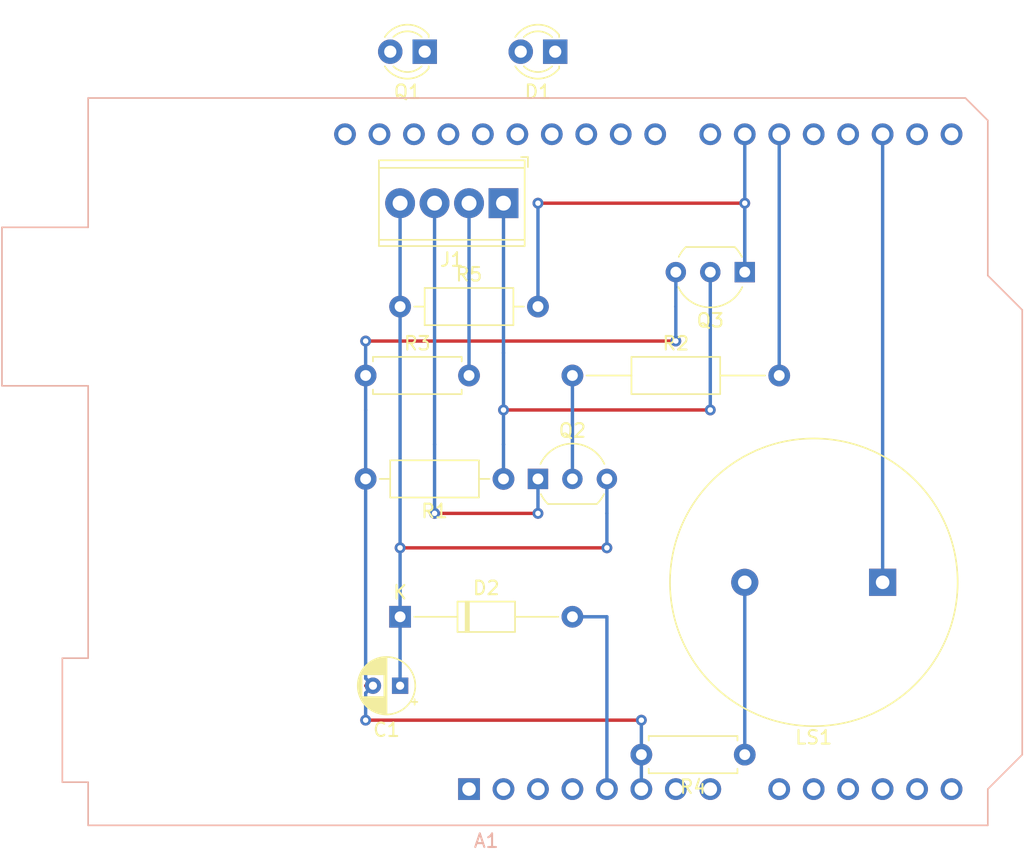
<source format=kicad_pcb>
(kicad_pcb (version 20171130) (host pcbnew "(5.1.10)-1")

  (general
    (thickness 1.6)
    (drawings 13)
    (tracks 52)
    (zones 0)
    (modules 14)
    (nets 12)
  )

  (page A4)
  (title_block
    (title "EHZ Diagnose-Tool 1-Kanal mit Buzzer")
    (date 2021-08-29)
    (rev 1.0)
    (company "Andreas Dolp")
    (comment 1 "GitHub: e-cite/ehz-diag")
  )

  (layers
    (0 F.Cu signal)
    (31 B.Cu signal)
    (32 B.Adhes user)
    (33 F.Adhes user)
    (34 B.Paste user)
    (35 F.Paste user)
    (36 B.SilkS user)
    (37 F.SilkS user hide)
    (38 B.Mask user)
    (39 F.Mask user)
    (40 Dwgs.User user)
    (41 Cmts.User user)
    (42 Eco1.User user)
    (43 Eco2.User user)
    (44 Edge.Cuts user)
    (45 Margin user)
    (46 B.CrtYd user)
    (47 F.CrtYd user)
    (48 B.Fab user)
    (49 F.Fab user)
  )

  (setup
    (last_trace_width 0.25)
    (user_trace_width 2)
    (trace_clearance 0.2)
    (zone_clearance 0.508)
    (zone_45_only no)
    (trace_min 0.2)
    (via_size 0.8)
    (via_drill 0.4)
    (via_min_size 0.4)
    (via_min_drill 0.3)
    (uvia_size 0.3)
    (uvia_drill 0.1)
    (uvias_allowed no)
    (uvia_min_size 0.2)
    (uvia_min_drill 0.1)
    (edge_width 0.1)
    (segment_width 0.2)
    (pcb_text_width 0.3)
    (pcb_text_size 1.5 1.5)
    (mod_edge_width 0.15)
    (mod_text_size 1 1)
    (mod_text_width 0.15)
    (pad_size 1.524 1.524)
    (pad_drill 0.762)
    (pad_to_mask_clearance 0)
    (aux_axis_origin 0 0)
    (visible_elements 7FFFFFFF)
    (pcbplotparams
      (layerselection 0x010fc_ffffffff)
      (usegerberextensions false)
      (usegerberattributes true)
      (usegerberadvancedattributes true)
      (creategerberjobfile true)
      (excludeedgelayer true)
      (linewidth 0.100000)
      (plotframeref false)
      (viasonmask false)
      (mode 1)
      (useauxorigin false)
      (hpglpennumber 1)
      (hpglpenspeed 20)
      (hpglpendiameter 15.000000)
      (psnegative false)
      (psa4output false)
      (plotreference true)
      (plotvalue true)
      (plotinvisibletext false)
      (padsonsilk false)
      (subtractmaskfromsilk false)
      (outputformat 1)
      (mirror false)
      (drillshape 1)
      (scaleselection 1)
      (outputdirectory ""))
  )

  (net 0 "")
  (net 1 /TXD1)
  (net 2 /RXD1)
  (net 3 "Net-(A1-Pad5)")
  (net 4 GND)
  (net 5 +5V)
  (net 6 "Net-(J1-Pad2)")
  (net 7 "Net-(Q2-Pad2)")
  (net 8 "Net-(J1-Pad1)")
  (net 9 "Net-(A1-Pad17)")
  (net 10 "Net-(J1-Pad3)")
  (net 11 "Net-(LS1-Pad2)")

  (net_class Default "Dies ist die voreingestellte Netzklasse."
    (clearance 0.2)
    (trace_width 0.25)
    (via_dia 0.8)
    (via_drill 0.4)
    (uvia_dia 0.3)
    (uvia_drill 0.1)
    (add_net +5V)
    (add_net /RXD1)
    (add_net /TXD1)
    (add_net /braun)
    (add_net /gelb)
    (add_net /grün)
    (add_net /weiß)
    (add_net GND)
    (add_net "Net-(A1-Pad1)")
    (add_net "Net-(A1-Pad10)")
    (add_net "Net-(A1-Pad11)")
    (add_net "Net-(A1-Pad12)")
    (add_net "Net-(A1-Pad13)")
    (add_net "Net-(A1-Pad14)")
    (add_net "Net-(A1-Pad15)")
    (add_net "Net-(A1-Pad16)")
    (add_net "Net-(A1-Pad17)")
    (add_net "Net-(A1-Pad18)")
    (add_net "Net-(A1-Pad19)")
    (add_net "Net-(A1-Pad2)")
    (add_net "Net-(A1-Pad22)")
    (add_net "Net-(A1-Pad23)")
    (add_net "Net-(A1-Pad24)")
    (add_net "Net-(A1-Pad25)")
    (add_net "Net-(A1-Pad26)")
    (add_net "Net-(A1-Pad27)")
    (add_net "Net-(A1-Pad28)")
    (add_net "Net-(A1-Pad29)")
    (add_net "Net-(A1-Pad3)")
    (add_net "Net-(A1-Pad30)")
    (add_net "Net-(A1-Pad31)")
    (add_net "Net-(A1-Pad32)")
    (add_net "Net-(A1-Pad4)")
    (add_net "Net-(A1-Pad5)")
    (add_net "Net-(A1-Pad7)")
    (add_net "Net-(A1-Pad8)")
    (add_net "Net-(A1-Pad9)")
    (add_net "Net-(J1-Pad1)")
    (add_net "Net-(J1-Pad2)")
    (add_net "Net-(J1-Pad3)")
    (add_net "Net-(LS1-Pad2)")
    (add_net "Net-(Q2-Pad2)")
  )

  (module Module:Arduino_UNO_R3 (layer B.Cu) (tedit 58AB60FC) (tstamp 612C1618)
    (at 129.54 111.76)
    (descr "Arduino UNO R3, http://www.mouser.com/pdfdocs/Gravitech_Arduino_Nano3_0.pdf")
    (tags "Arduino UNO R3")
    (path /6128CE8D)
    (fp_text reference A1 (at 1.27 3.81 180) (layer B.SilkS)
      (effects (font (size 1 1) (thickness 0.15)))
    )
    (fp_text value Arduino_UNO_R3 (at -20.32 -22.86) (layer B.Fab)
      (effects (font (size 1 1) (thickness 0.15)))
    )
    (fp_line (start 38.35 2.79) (end 38.35 0) (layer B.CrtYd) (width 0.05))
    (fp_line (start 38.35 0) (end 40.89 -2.54) (layer B.CrtYd) (width 0.05))
    (fp_line (start 40.89 -2.54) (end 40.89 -35.31) (layer B.CrtYd) (width 0.05))
    (fp_line (start 40.89 -35.31) (end 38.35 -37.85) (layer B.CrtYd) (width 0.05))
    (fp_line (start 38.35 -37.85) (end 38.35 -49.28) (layer B.CrtYd) (width 0.05))
    (fp_line (start 38.35 -49.28) (end 36.58 -51.05) (layer B.CrtYd) (width 0.05))
    (fp_line (start 36.58 -51.05) (end -28.19 -51.05) (layer B.CrtYd) (width 0.05))
    (fp_line (start -28.19 -51.05) (end -28.19 -41.53) (layer B.CrtYd) (width 0.05))
    (fp_line (start -28.19 -41.53) (end -34.54 -41.53) (layer B.CrtYd) (width 0.05))
    (fp_line (start -34.54 -41.53) (end -34.54 -29.59) (layer B.CrtYd) (width 0.05))
    (fp_line (start -34.54 -29.59) (end -28.19 -29.59) (layer B.CrtYd) (width 0.05))
    (fp_line (start -28.19 -29.59) (end -28.19 -9.78) (layer B.CrtYd) (width 0.05))
    (fp_line (start -28.19 -9.78) (end -30.1 -9.78) (layer B.CrtYd) (width 0.05))
    (fp_line (start -30.1 -9.78) (end -30.1 -0.38) (layer B.CrtYd) (width 0.05))
    (fp_line (start -30.1 -0.38) (end -28.19 -0.38) (layer B.CrtYd) (width 0.05))
    (fp_line (start -28.19 -0.38) (end -28.19 2.79) (layer B.CrtYd) (width 0.05))
    (fp_line (start -28.19 2.79) (end 38.35 2.79) (layer B.CrtYd) (width 0.05))
    (fp_line (start 40.77 -35.31) (end 40.77 -2.54) (layer B.SilkS) (width 0.12))
    (fp_line (start 40.77 -2.54) (end 38.23 0) (layer B.SilkS) (width 0.12))
    (fp_line (start 38.23 0) (end 38.23 2.67) (layer B.SilkS) (width 0.12))
    (fp_line (start 38.23 2.67) (end -28.07 2.67) (layer B.SilkS) (width 0.12))
    (fp_line (start -28.07 2.67) (end -28.07 -0.51) (layer B.SilkS) (width 0.12))
    (fp_line (start -28.07 -0.51) (end -29.97 -0.51) (layer B.SilkS) (width 0.12))
    (fp_line (start -29.97 -0.51) (end -29.97 -9.65) (layer B.SilkS) (width 0.12))
    (fp_line (start -29.97 -9.65) (end -28.07 -9.65) (layer B.SilkS) (width 0.12))
    (fp_line (start -28.07 -9.65) (end -28.07 -29.72) (layer B.SilkS) (width 0.12))
    (fp_line (start -28.07 -29.72) (end -34.42 -29.72) (layer B.SilkS) (width 0.12))
    (fp_line (start -34.42 -29.72) (end -34.42 -41.4) (layer B.SilkS) (width 0.12))
    (fp_line (start -34.42 -41.4) (end -28.07 -41.4) (layer B.SilkS) (width 0.12))
    (fp_line (start -28.07 -41.4) (end -28.07 -50.93) (layer B.SilkS) (width 0.12))
    (fp_line (start -28.07 -50.93) (end 36.58 -50.93) (layer B.SilkS) (width 0.12))
    (fp_line (start 36.58 -50.93) (end 38.23 -49.28) (layer B.SilkS) (width 0.12))
    (fp_line (start 38.23 -49.28) (end 38.23 -37.85) (layer B.SilkS) (width 0.12))
    (fp_line (start 38.23 -37.85) (end 40.77 -35.31) (layer B.SilkS) (width 0.12))
    (fp_line (start -34.29 -29.84) (end -18.41 -29.84) (layer B.Fab) (width 0.1))
    (fp_line (start -18.41 -29.84) (end -18.41 -41.27) (layer B.Fab) (width 0.1))
    (fp_line (start -18.41 -41.27) (end -34.29 -41.27) (layer B.Fab) (width 0.1))
    (fp_line (start -34.29 -41.27) (end -34.29 -29.84) (layer B.Fab) (width 0.1))
    (fp_line (start -29.84 -0.64) (end -16.51 -0.64) (layer B.Fab) (width 0.1))
    (fp_line (start -16.51 -0.64) (end -16.51 -9.53) (layer B.Fab) (width 0.1))
    (fp_line (start -16.51 -9.53) (end -29.84 -9.53) (layer B.Fab) (width 0.1))
    (fp_line (start -29.84 -9.53) (end -29.84 -0.64) (layer B.Fab) (width 0.1))
    (fp_line (start 38.1 -37.85) (end 38.1 -49.28) (layer B.Fab) (width 0.1))
    (fp_line (start 40.64 -2.54) (end 40.64 -35.31) (layer B.Fab) (width 0.1))
    (fp_line (start 40.64 -35.31) (end 38.1 -37.85) (layer B.Fab) (width 0.1))
    (fp_line (start 38.1 2.54) (end 38.1 0) (layer B.Fab) (width 0.1))
    (fp_line (start 38.1 0) (end 40.64 -2.54) (layer B.Fab) (width 0.1))
    (fp_line (start 38.1 -49.28) (end 36.58 -50.8) (layer B.Fab) (width 0.1))
    (fp_line (start 36.58 -50.8) (end -27.94 -50.8) (layer B.Fab) (width 0.1))
    (fp_line (start -27.94 -50.8) (end -27.94 2.54) (layer B.Fab) (width 0.1))
    (fp_line (start -27.94 2.54) (end 38.1 2.54) (layer B.Fab) (width 0.1))
    (fp_text user %R (at -20.32 -20.32 180) (layer B.Fab)
      (effects (font (size 1 1) (thickness 0.15)))
    )
    (pad 32 thru_hole oval (at -9.14 -48.26 270) (size 1.6 1.6) (drill 1) (layers *.Cu *.Mask))
    (pad 31 thru_hole oval (at -6.6 -48.26 270) (size 1.6 1.6) (drill 1) (layers *.Cu *.Mask))
    (pad 1 thru_hole rect (at 0 0 270) (size 1.6 1.6) (drill 1) (layers *.Cu *.Mask))
    (pad 17 thru_hole oval (at 30.48 -48.26 270) (size 1.6 1.6) (drill 1) (layers *.Cu *.Mask)
      (net 9 "Net-(A1-Pad17)"))
    (pad 2 thru_hole oval (at 2.54 0 270) (size 1.6 1.6) (drill 1) (layers *.Cu *.Mask))
    (pad 18 thru_hole oval (at 27.94 -48.26 270) (size 1.6 1.6) (drill 1) (layers *.Cu *.Mask))
    (pad 3 thru_hole oval (at 5.08 0 270) (size 1.6 1.6) (drill 1) (layers *.Cu *.Mask))
    (pad 19 thru_hole oval (at 25.4 -48.26 270) (size 1.6 1.6) (drill 1) (layers *.Cu *.Mask))
    (pad 4 thru_hole oval (at 7.62 0 270) (size 1.6 1.6) (drill 1) (layers *.Cu *.Mask))
    (pad 20 thru_hole oval (at 22.86 -48.26 270) (size 1.6 1.6) (drill 1) (layers *.Cu *.Mask)
      (net 1 /TXD1))
    (pad 5 thru_hole oval (at 10.16 0 270) (size 1.6 1.6) (drill 1) (layers *.Cu *.Mask)
      (net 3 "Net-(A1-Pad5)"))
    (pad 21 thru_hole oval (at 20.32 -48.26 270) (size 1.6 1.6) (drill 1) (layers *.Cu *.Mask)
      (net 2 /RXD1))
    (pad 6 thru_hole oval (at 12.7 0 270) (size 1.6 1.6) (drill 1) (layers *.Cu *.Mask)
      (net 4 GND))
    (pad 22 thru_hole oval (at 17.78 -48.26 270) (size 1.6 1.6) (drill 1) (layers *.Cu *.Mask))
    (pad 7 thru_hole oval (at 15.24 0 270) (size 1.6 1.6) (drill 1) (layers *.Cu *.Mask))
    (pad 23 thru_hole oval (at 13.72 -48.26 270) (size 1.6 1.6) (drill 1) (layers *.Cu *.Mask))
    (pad 8 thru_hole oval (at 17.78 0 270) (size 1.6 1.6) (drill 1) (layers *.Cu *.Mask))
    (pad 24 thru_hole oval (at 11.18 -48.26 270) (size 1.6 1.6) (drill 1) (layers *.Cu *.Mask))
    (pad 9 thru_hole oval (at 22.86 0 270) (size 1.6 1.6) (drill 1) (layers *.Cu *.Mask))
    (pad 25 thru_hole oval (at 8.64 -48.26 270) (size 1.6 1.6) (drill 1) (layers *.Cu *.Mask))
    (pad 10 thru_hole oval (at 25.4 0 270) (size 1.6 1.6) (drill 1) (layers *.Cu *.Mask))
    (pad 26 thru_hole oval (at 6.1 -48.26 270) (size 1.6 1.6) (drill 1) (layers *.Cu *.Mask))
    (pad 11 thru_hole oval (at 27.94 0 270) (size 1.6 1.6) (drill 1) (layers *.Cu *.Mask))
    (pad 27 thru_hole oval (at 3.56 -48.26 270) (size 1.6 1.6) (drill 1) (layers *.Cu *.Mask))
    (pad 12 thru_hole oval (at 30.48 0 270) (size 1.6 1.6) (drill 1) (layers *.Cu *.Mask))
    (pad 28 thru_hole oval (at 1.02 -48.26 270) (size 1.6 1.6) (drill 1) (layers *.Cu *.Mask))
    (pad 13 thru_hole oval (at 33.02 0 270) (size 1.6 1.6) (drill 1) (layers *.Cu *.Mask))
    (pad 29 thru_hole oval (at -1.52 -48.26 270) (size 1.6 1.6) (drill 1) (layers *.Cu *.Mask))
    (pad 14 thru_hole oval (at 35.56 0 270) (size 1.6 1.6) (drill 1) (layers *.Cu *.Mask))
    (pad 30 thru_hole oval (at -4.06 -48.26 270) (size 1.6 1.6) (drill 1) (layers *.Cu *.Mask))
    (pad 15 thru_hole oval (at 35.56 -48.26 270) (size 1.6 1.6) (drill 1) (layers *.Cu *.Mask))
    (pad 16 thru_hole oval (at 33.02 -48.26 270) (size 1.6 1.6) (drill 1) (layers *.Cu *.Mask))
    (model ${KISYS3DMOD}/Module.3dshapes/Arduino_UNO_R3.wrl
      (at (xyz 0 0 0))
      (scale (xyz 1 1 1))
      (rotate (xyz 0 0 0))
    )
  )

  (module Capacitor_THT:CP_Radial_D4.0mm_P2.00mm (layer F.Cu) (tedit 5AE50EF0) (tstamp 612A1B7A)
    (at 124.46 104.14 180)
    (descr "CP, Radial series, Radial, pin pitch=2.00mm, , diameter=4mm, Electrolytic Capacitor")
    (tags "CP Radial series Radial pin pitch 2.00mm  diameter 4mm Electrolytic Capacitor")
    (path /61295D5A)
    (fp_text reference C1 (at 1 -3.25) (layer F.SilkS)
      (effects (font (size 1 1) (thickness 0.15)))
    )
    (fp_text value 1µ (at -2.54 0) (layer F.Fab)
      (effects (font (size 1 1) (thickness 0.15)))
    )
    (fp_circle (center 1 0) (end 3 0) (layer F.Fab) (width 0.1))
    (fp_circle (center 1 0) (end 3.12 0) (layer F.SilkS) (width 0.12))
    (fp_circle (center 1 0) (end 3.25 0) (layer F.CrtYd) (width 0.05))
    (fp_line (start -0.702554 -0.8675) (end -0.302554 -0.8675) (layer F.Fab) (width 0.1))
    (fp_line (start -0.502554 -1.0675) (end -0.502554 -0.6675) (layer F.Fab) (width 0.1))
    (fp_line (start 1 -2.08) (end 1 2.08) (layer F.SilkS) (width 0.12))
    (fp_line (start 1.04 -2.08) (end 1.04 2.08) (layer F.SilkS) (width 0.12))
    (fp_line (start 1.08 -2.079) (end 1.08 2.079) (layer F.SilkS) (width 0.12))
    (fp_line (start 1.12 -2.077) (end 1.12 2.077) (layer F.SilkS) (width 0.12))
    (fp_line (start 1.16 -2.074) (end 1.16 2.074) (layer F.SilkS) (width 0.12))
    (fp_line (start 1.2 -2.071) (end 1.2 -0.84) (layer F.SilkS) (width 0.12))
    (fp_line (start 1.2 0.84) (end 1.2 2.071) (layer F.SilkS) (width 0.12))
    (fp_line (start 1.24 -2.067) (end 1.24 -0.84) (layer F.SilkS) (width 0.12))
    (fp_line (start 1.24 0.84) (end 1.24 2.067) (layer F.SilkS) (width 0.12))
    (fp_line (start 1.28 -2.062) (end 1.28 -0.84) (layer F.SilkS) (width 0.12))
    (fp_line (start 1.28 0.84) (end 1.28 2.062) (layer F.SilkS) (width 0.12))
    (fp_line (start 1.32 -2.056) (end 1.32 -0.84) (layer F.SilkS) (width 0.12))
    (fp_line (start 1.32 0.84) (end 1.32 2.056) (layer F.SilkS) (width 0.12))
    (fp_line (start 1.36 -2.05) (end 1.36 -0.84) (layer F.SilkS) (width 0.12))
    (fp_line (start 1.36 0.84) (end 1.36 2.05) (layer F.SilkS) (width 0.12))
    (fp_line (start 1.4 -2.042) (end 1.4 -0.84) (layer F.SilkS) (width 0.12))
    (fp_line (start 1.4 0.84) (end 1.4 2.042) (layer F.SilkS) (width 0.12))
    (fp_line (start 1.44 -2.034) (end 1.44 -0.84) (layer F.SilkS) (width 0.12))
    (fp_line (start 1.44 0.84) (end 1.44 2.034) (layer F.SilkS) (width 0.12))
    (fp_line (start 1.48 -2.025) (end 1.48 -0.84) (layer F.SilkS) (width 0.12))
    (fp_line (start 1.48 0.84) (end 1.48 2.025) (layer F.SilkS) (width 0.12))
    (fp_line (start 1.52 -2.016) (end 1.52 -0.84) (layer F.SilkS) (width 0.12))
    (fp_line (start 1.52 0.84) (end 1.52 2.016) (layer F.SilkS) (width 0.12))
    (fp_line (start 1.56 -2.005) (end 1.56 -0.84) (layer F.SilkS) (width 0.12))
    (fp_line (start 1.56 0.84) (end 1.56 2.005) (layer F.SilkS) (width 0.12))
    (fp_line (start 1.6 -1.994) (end 1.6 -0.84) (layer F.SilkS) (width 0.12))
    (fp_line (start 1.6 0.84) (end 1.6 1.994) (layer F.SilkS) (width 0.12))
    (fp_line (start 1.64 -1.982) (end 1.64 -0.84) (layer F.SilkS) (width 0.12))
    (fp_line (start 1.64 0.84) (end 1.64 1.982) (layer F.SilkS) (width 0.12))
    (fp_line (start 1.68 -1.968) (end 1.68 -0.84) (layer F.SilkS) (width 0.12))
    (fp_line (start 1.68 0.84) (end 1.68 1.968) (layer F.SilkS) (width 0.12))
    (fp_line (start 1.721 -1.954) (end 1.721 -0.84) (layer F.SilkS) (width 0.12))
    (fp_line (start 1.721 0.84) (end 1.721 1.954) (layer F.SilkS) (width 0.12))
    (fp_line (start 1.761 -1.94) (end 1.761 -0.84) (layer F.SilkS) (width 0.12))
    (fp_line (start 1.761 0.84) (end 1.761 1.94) (layer F.SilkS) (width 0.12))
    (fp_line (start 1.801 -1.924) (end 1.801 -0.84) (layer F.SilkS) (width 0.12))
    (fp_line (start 1.801 0.84) (end 1.801 1.924) (layer F.SilkS) (width 0.12))
    (fp_line (start 1.841 -1.907) (end 1.841 -0.84) (layer F.SilkS) (width 0.12))
    (fp_line (start 1.841 0.84) (end 1.841 1.907) (layer F.SilkS) (width 0.12))
    (fp_line (start 1.881 -1.889) (end 1.881 -0.84) (layer F.SilkS) (width 0.12))
    (fp_line (start 1.881 0.84) (end 1.881 1.889) (layer F.SilkS) (width 0.12))
    (fp_line (start 1.921 -1.87) (end 1.921 -0.84) (layer F.SilkS) (width 0.12))
    (fp_line (start 1.921 0.84) (end 1.921 1.87) (layer F.SilkS) (width 0.12))
    (fp_line (start 1.961 -1.851) (end 1.961 -0.84) (layer F.SilkS) (width 0.12))
    (fp_line (start 1.961 0.84) (end 1.961 1.851) (layer F.SilkS) (width 0.12))
    (fp_line (start 2.001 -1.83) (end 2.001 -0.84) (layer F.SilkS) (width 0.12))
    (fp_line (start 2.001 0.84) (end 2.001 1.83) (layer F.SilkS) (width 0.12))
    (fp_line (start 2.041 -1.808) (end 2.041 -0.84) (layer F.SilkS) (width 0.12))
    (fp_line (start 2.041 0.84) (end 2.041 1.808) (layer F.SilkS) (width 0.12))
    (fp_line (start 2.081 -1.785) (end 2.081 -0.84) (layer F.SilkS) (width 0.12))
    (fp_line (start 2.081 0.84) (end 2.081 1.785) (layer F.SilkS) (width 0.12))
    (fp_line (start 2.121 -1.76) (end 2.121 -0.84) (layer F.SilkS) (width 0.12))
    (fp_line (start 2.121 0.84) (end 2.121 1.76) (layer F.SilkS) (width 0.12))
    (fp_line (start 2.161 -1.735) (end 2.161 -0.84) (layer F.SilkS) (width 0.12))
    (fp_line (start 2.161 0.84) (end 2.161 1.735) (layer F.SilkS) (width 0.12))
    (fp_line (start 2.201 -1.708) (end 2.201 -0.84) (layer F.SilkS) (width 0.12))
    (fp_line (start 2.201 0.84) (end 2.201 1.708) (layer F.SilkS) (width 0.12))
    (fp_line (start 2.241 -1.68) (end 2.241 -0.84) (layer F.SilkS) (width 0.12))
    (fp_line (start 2.241 0.84) (end 2.241 1.68) (layer F.SilkS) (width 0.12))
    (fp_line (start 2.281 -1.65) (end 2.281 -0.84) (layer F.SilkS) (width 0.12))
    (fp_line (start 2.281 0.84) (end 2.281 1.65) (layer F.SilkS) (width 0.12))
    (fp_line (start 2.321 -1.619) (end 2.321 -0.84) (layer F.SilkS) (width 0.12))
    (fp_line (start 2.321 0.84) (end 2.321 1.619) (layer F.SilkS) (width 0.12))
    (fp_line (start 2.361 -1.587) (end 2.361 -0.84) (layer F.SilkS) (width 0.12))
    (fp_line (start 2.361 0.84) (end 2.361 1.587) (layer F.SilkS) (width 0.12))
    (fp_line (start 2.401 -1.552) (end 2.401 -0.84) (layer F.SilkS) (width 0.12))
    (fp_line (start 2.401 0.84) (end 2.401 1.552) (layer F.SilkS) (width 0.12))
    (fp_line (start 2.441 -1.516) (end 2.441 -0.84) (layer F.SilkS) (width 0.12))
    (fp_line (start 2.441 0.84) (end 2.441 1.516) (layer F.SilkS) (width 0.12))
    (fp_line (start 2.481 -1.478) (end 2.481 -0.84) (layer F.SilkS) (width 0.12))
    (fp_line (start 2.481 0.84) (end 2.481 1.478) (layer F.SilkS) (width 0.12))
    (fp_line (start 2.521 -1.438) (end 2.521 -0.84) (layer F.SilkS) (width 0.12))
    (fp_line (start 2.521 0.84) (end 2.521 1.438) (layer F.SilkS) (width 0.12))
    (fp_line (start 2.561 -1.396) (end 2.561 -0.84) (layer F.SilkS) (width 0.12))
    (fp_line (start 2.561 0.84) (end 2.561 1.396) (layer F.SilkS) (width 0.12))
    (fp_line (start 2.601 -1.351) (end 2.601 -0.84) (layer F.SilkS) (width 0.12))
    (fp_line (start 2.601 0.84) (end 2.601 1.351) (layer F.SilkS) (width 0.12))
    (fp_line (start 2.641 -1.304) (end 2.641 -0.84) (layer F.SilkS) (width 0.12))
    (fp_line (start 2.641 0.84) (end 2.641 1.304) (layer F.SilkS) (width 0.12))
    (fp_line (start 2.681 -1.254) (end 2.681 -0.84) (layer F.SilkS) (width 0.12))
    (fp_line (start 2.681 0.84) (end 2.681 1.254) (layer F.SilkS) (width 0.12))
    (fp_line (start 2.721 -1.2) (end 2.721 -0.84) (layer F.SilkS) (width 0.12))
    (fp_line (start 2.721 0.84) (end 2.721 1.2) (layer F.SilkS) (width 0.12))
    (fp_line (start 2.761 -1.142) (end 2.761 -0.84) (layer F.SilkS) (width 0.12))
    (fp_line (start 2.761 0.84) (end 2.761 1.142) (layer F.SilkS) (width 0.12))
    (fp_line (start 2.801 -1.08) (end 2.801 -0.84) (layer F.SilkS) (width 0.12))
    (fp_line (start 2.801 0.84) (end 2.801 1.08) (layer F.SilkS) (width 0.12))
    (fp_line (start 2.841 -1.013) (end 2.841 1.013) (layer F.SilkS) (width 0.12))
    (fp_line (start 2.881 -0.94) (end 2.881 0.94) (layer F.SilkS) (width 0.12))
    (fp_line (start 2.921 -0.859) (end 2.921 0.859) (layer F.SilkS) (width 0.12))
    (fp_line (start 2.961 -0.768) (end 2.961 0.768) (layer F.SilkS) (width 0.12))
    (fp_line (start 3.001 -0.664) (end 3.001 0.664) (layer F.SilkS) (width 0.12))
    (fp_line (start 3.041 -0.537) (end 3.041 0.537) (layer F.SilkS) (width 0.12))
    (fp_line (start 3.081 -0.37) (end 3.081 0.37) (layer F.SilkS) (width 0.12))
    (fp_line (start -1.269801 -1.195) (end -0.869801 -1.195) (layer F.SilkS) (width 0.12))
    (fp_line (start -1.069801 -1.395) (end -1.069801 -0.995) (layer F.SilkS) (width 0.12))
    (fp_text user %R (at -2.54 1.27) (layer F.Fab)
      (effects (font (size 0.8 0.8) (thickness 0.12)))
    )
    (pad 1 thru_hole rect (at 0 0 180) (size 1.2 1.2) (drill 0.6) (layers *.Cu *.Mask)
      (net 5 +5V))
    (pad 2 thru_hole circle (at 2 0 180) (size 1.2 1.2) (drill 0.6) (layers *.Cu *.Mask)
      (net 4 GND))
    (model ${KISYS3DMOD}/Capacitor_THT.3dshapes/CP_Radial_D4.0mm_P2.00mm.wrl
      (at (xyz 0 0 0))
      (scale (xyz 1 1 1))
      (rotate (xyz 0 0 0))
    )
  )

  (module TerminalBlock_Phoenix:TerminalBlock_Phoenix_MPT-0,5-4-2.54_1x04_P2.54mm_Horizontal (layer F.Cu) (tedit 5B294F98) (tstamp 612BB971)
    (at 132.08 68.58 180)
    (descr "Terminal Block Phoenix MPT-0,5-4-2.54, 4 pins, pitch 2.54mm, size 10.6x6.2mm^2, drill diamater 1.1mm, pad diameter 2.2mm, see http://www.mouser.com/ds/2/324/ItemDetail_1725672-916605.pdf, script-generated using https://github.com/pointhi/kicad-footprint-generator/scripts/TerminalBlock_Phoenix")
    (tags "THT Terminal Block Phoenix MPT-0,5-4-2.54 pitch 2.54mm size 10.6x6.2mm^2 drill 1.1mm pad 2.2mm")
    (path /6129A7AA)
    (fp_text reference J1 (at 3.81 -4.16) (layer F.SilkS)
      (effects (font (size 1 1) (thickness 0.15)))
    )
    (fp_text value Screw-Terminal (at 3.81 -2.54) (layer F.Fab)
      (effects (font (size 1 1) (thickness 0.15)))
    )
    (fp_circle (center 0 0) (end 1.1 0) (layer F.Fab) (width 0.1))
    (fp_circle (center 2.54 0) (end 3.64 0) (layer F.Fab) (width 0.1))
    (fp_circle (center 5.08 0) (end 6.18 0) (layer F.Fab) (width 0.1))
    (fp_circle (center 7.62 0) (end 8.72 0) (layer F.Fab) (width 0.1))
    (fp_line (start -1.5 -3.1) (end 9.12 -3.1) (layer F.Fab) (width 0.1))
    (fp_line (start 9.12 -3.1) (end 9.12 3.1) (layer F.Fab) (width 0.1))
    (fp_line (start 9.12 3.1) (end -1 3.1) (layer F.Fab) (width 0.1))
    (fp_line (start -1 3.1) (end -1.5 2.6) (layer F.Fab) (width 0.1))
    (fp_line (start -1.5 2.6) (end -1.5 -3.1) (layer F.Fab) (width 0.1))
    (fp_line (start -1.5 2.6) (end 9.12 2.6) (layer F.Fab) (width 0.1))
    (fp_line (start -1.56 2.6) (end 9.18 2.6) (layer F.SilkS) (width 0.12))
    (fp_line (start -1.5 -2.7) (end 9.12 -2.7) (layer F.Fab) (width 0.1))
    (fp_line (start -1.56 -2.7) (end 9.18 -2.7) (layer F.SilkS) (width 0.12))
    (fp_line (start -1.56 -3.16) (end 9.18 -3.16) (layer F.SilkS) (width 0.12))
    (fp_line (start -1.56 3.16) (end 9.18 3.16) (layer F.SilkS) (width 0.12))
    (fp_line (start -1.56 -3.16) (end -1.56 3.16) (layer F.SilkS) (width 0.12))
    (fp_line (start 9.18 -3.16) (end 9.18 3.16) (layer F.SilkS) (width 0.12))
    (fp_line (start 0.835 -0.7) (end -0.701 0.835) (layer F.Fab) (width 0.1))
    (fp_line (start 0.701 -0.835) (end -0.835 0.7) (layer F.Fab) (width 0.1))
    (fp_line (start 3.375 -0.7) (end 1.84 0.835) (layer F.Fab) (width 0.1))
    (fp_line (start 3.241 -0.835) (end 1.706 0.7) (layer F.Fab) (width 0.1))
    (fp_line (start 5.915 -0.7) (end 4.38 0.835) (layer F.Fab) (width 0.1))
    (fp_line (start 5.781 -0.835) (end 4.246 0.7) (layer F.Fab) (width 0.1))
    (fp_line (start 8.455 -0.7) (end 6.92 0.835) (layer F.Fab) (width 0.1))
    (fp_line (start 8.321 -0.835) (end 6.786 0.7) (layer F.Fab) (width 0.1))
    (fp_line (start -1.8 2.66) (end -1.8 3.4) (layer F.SilkS) (width 0.12))
    (fp_line (start -1.8 3.4) (end -1.3 3.4) (layer F.SilkS) (width 0.12))
    (fp_line (start -2 -3.6) (end -2 3.6) (layer F.CrtYd) (width 0.05))
    (fp_line (start -2 3.6) (end 9.63 3.6) (layer F.CrtYd) (width 0.05))
    (fp_line (start 9.63 3.6) (end 9.63 -3.6) (layer F.CrtYd) (width 0.05))
    (fp_line (start 9.63 -3.6) (end -2 -3.6) (layer F.CrtYd) (width 0.05))
    (fp_text user %R (at 3.81 2) (layer F.Fab)
      (effects (font (size 1 1) (thickness 0.15)))
    )
    (pad 1 thru_hole rect (at 0 0 180) (size 2.2 2.2) (drill 1.1) (layers *.Cu *.Mask)
      (net 8 "Net-(J1-Pad1)"))
    (pad 2 thru_hole circle (at 2.54 0 180) (size 2.2 2.2) (drill 1.1) (layers *.Cu *.Mask)
      (net 6 "Net-(J1-Pad2)"))
    (pad 3 thru_hole circle (at 5.08 0 180) (size 2.2 2.2) (drill 1.1) (layers *.Cu *.Mask)
      (net 10 "Net-(J1-Pad3)"))
    (pad 4 thru_hole circle (at 7.62 0 180) (size 2.2 2.2) (drill 1.1) (layers *.Cu *.Mask)
      (net 5 +5V))
    (model ${KISYS3DMOD}/TerminalBlock_Phoenix.3dshapes/TerminalBlock_Phoenix_MPT-0,5-4-2.54_1x04_P2.54mm_Horizontal.wrl
      (at (xyz 0 0 0))
      (scale (xyz 1 1 1))
      (rotate (xyz 0 0 0))
    )
  )

  (module Resistor_THT:R_Axial_DIN0207_L6.3mm_D2.5mm_P7.62mm_Horizontal (layer F.Cu) (tedit 5AE5139B) (tstamp 612BAAF4)
    (at 149.86 109.22 180)
    (descr "Resistor, Axial_DIN0207 series, Axial, Horizontal, pin pitch=7.62mm, 0.25W = 1/4W, length*diameter=6.3*2.5mm^2, http://cdn-reichelt.de/documents/datenblatt/B400/1_4W%23YAG.pdf")
    (tags "Resistor Axial_DIN0207 series Axial Horizontal pin pitch 7.62mm 0.25W = 1/4W length 6.3mm diameter 2.5mm")
    (path /612C0B20)
    (fp_text reference R4 (at 3.81 -2.37) (layer F.SilkS)
      (effects (font (size 1 1) (thickness 0.15)))
    )
    (fp_text value 220 (at 3.81 2.54) (layer F.Fab)
      (effects (font (size 1 1) (thickness 0.15)))
    )
    (fp_line (start 8.67 -1.5) (end -1.05 -1.5) (layer F.CrtYd) (width 0.05))
    (fp_line (start 8.67 1.5) (end 8.67 -1.5) (layer F.CrtYd) (width 0.05))
    (fp_line (start -1.05 1.5) (end 8.67 1.5) (layer F.CrtYd) (width 0.05))
    (fp_line (start -1.05 -1.5) (end -1.05 1.5) (layer F.CrtYd) (width 0.05))
    (fp_line (start 7.08 1.37) (end 7.08 1.04) (layer F.SilkS) (width 0.12))
    (fp_line (start 0.54 1.37) (end 7.08 1.37) (layer F.SilkS) (width 0.12))
    (fp_line (start 0.54 1.04) (end 0.54 1.37) (layer F.SilkS) (width 0.12))
    (fp_line (start 7.08 -1.37) (end 7.08 -1.04) (layer F.SilkS) (width 0.12))
    (fp_line (start 0.54 -1.37) (end 7.08 -1.37) (layer F.SilkS) (width 0.12))
    (fp_line (start 0.54 -1.04) (end 0.54 -1.37) (layer F.SilkS) (width 0.12))
    (fp_line (start 7.62 0) (end 6.96 0) (layer F.Fab) (width 0.1))
    (fp_line (start 0 0) (end 0.66 0) (layer F.Fab) (width 0.1))
    (fp_line (start 6.96 -1.25) (end 0.66 -1.25) (layer F.Fab) (width 0.1))
    (fp_line (start 6.96 1.25) (end 6.96 -1.25) (layer F.Fab) (width 0.1))
    (fp_line (start 0.66 1.25) (end 6.96 1.25) (layer F.Fab) (width 0.1))
    (fp_line (start 0.66 -1.25) (end 0.66 1.25) (layer F.Fab) (width 0.1))
    (fp_text user %R (at 3.81 3.81) (layer F.Fab)
      (effects (font (size 1 1) (thickness 0.15)))
    )
    (pad 1 thru_hole circle (at 0 0 180) (size 1.6 1.6) (drill 0.8) (layers *.Cu *.Mask)
      (net 11 "Net-(LS1-Pad2)"))
    (pad 2 thru_hole oval (at 7.62 0 180) (size 1.6 1.6) (drill 0.8) (layers *.Cu *.Mask)
      (net 4 GND))
    (model ${KISYS3DMOD}/Resistor_THT.3dshapes/R_Axial_DIN0207_L6.3mm_D2.5mm_P7.62mm_Horizontal.wrl
      (at (xyz 0 0 0))
      (scale (xyz 1 1 1))
      (rotate (xyz 0 0 0))
    )
  )

  (module Resistor_THT:R_Axial_DIN0207_L6.3mm_D2.5mm_P7.62mm_Horizontal (layer F.Cu) (tedit 5AE5139B) (tstamp 612C201F)
    (at 121.92 81.28)
    (descr "Resistor, Axial_DIN0207 series, Axial, Horizontal, pin pitch=7.62mm, 0.25W = 1/4W, length*diameter=6.3*2.5mm^2, http://cdn-reichelt.de/documents/datenblatt/B400/1_4W%23YAG.pdf")
    (tags "Resistor Axial_DIN0207 series Axial Horizontal pin pitch 7.62mm 0.25W = 1/4W length 6.3mm diameter 2.5mm")
    (path /6129B8F1)
    (fp_text reference R3 (at 3.81 -2.37) (layer F.SilkS)
      (effects (font (size 1 1) (thickness 0.15)))
    )
    (fp_text value 220 (at 7.62 2.54) (layer F.Fab)
      (effects (font (size 1 1) (thickness 0.15)))
    )
    (fp_line (start 8.67 -1.5) (end -1.05 -1.5) (layer F.CrtYd) (width 0.05))
    (fp_line (start 8.67 1.5) (end 8.67 -1.5) (layer F.CrtYd) (width 0.05))
    (fp_line (start -1.05 1.5) (end 8.67 1.5) (layer F.CrtYd) (width 0.05))
    (fp_line (start -1.05 -1.5) (end -1.05 1.5) (layer F.CrtYd) (width 0.05))
    (fp_line (start 7.08 1.37) (end 7.08 1.04) (layer F.SilkS) (width 0.12))
    (fp_line (start 0.54 1.37) (end 7.08 1.37) (layer F.SilkS) (width 0.12))
    (fp_line (start 0.54 1.04) (end 0.54 1.37) (layer F.SilkS) (width 0.12))
    (fp_line (start 7.08 -1.37) (end 7.08 -1.04) (layer F.SilkS) (width 0.12))
    (fp_line (start 0.54 -1.37) (end 7.08 -1.37) (layer F.SilkS) (width 0.12))
    (fp_line (start 0.54 -1.04) (end 0.54 -1.37) (layer F.SilkS) (width 0.12))
    (fp_line (start 7.62 0) (end 6.96 0) (layer F.Fab) (width 0.1))
    (fp_line (start 0 0) (end 0.66 0) (layer F.Fab) (width 0.1))
    (fp_line (start 6.96 -1.25) (end 0.66 -1.25) (layer F.Fab) (width 0.1))
    (fp_line (start 6.96 1.25) (end 6.96 -1.25) (layer F.Fab) (width 0.1))
    (fp_line (start 0.66 1.25) (end 6.96 1.25) (layer F.Fab) (width 0.1))
    (fp_line (start 0.66 -1.25) (end 0.66 1.25) (layer F.Fab) (width 0.1))
    (fp_text user %R (at 3.81 0) (layer F.Fab)
      (effects (font (size 1 1) (thickness 0.15)))
    )
    (pad 1 thru_hole circle (at 0 0) (size 1.6 1.6) (drill 0.8) (layers *.Cu *.Mask)
      (net 4 GND))
    (pad 2 thru_hole oval (at 7.62 0) (size 1.6 1.6) (drill 0.8) (layers *.Cu *.Mask)
      (net 6 "Net-(J1-Pad2)"))
    (model ${KISYS3DMOD}/Resistor_THT.3dshapes/R_Axial_DIN0207_L6.3mm_D2.5mm_P7.62mm_Horizontal.wrl
      (at (xyz 0 0 0))
      (scale (xyz 1 1 1))
      (rotate (xyz 0 0 0))
    )
  )

  (module Resistor_THT:R_Axial_DIN0207_L6.3mm_D2.5mm_P10.16mm_Horizontal (layer F.Cu) (tedit 5AE5139B) (tstamp 612C41F2)
    (at 132.08 88.9 180)
    (descr "Resistor, Axial_DIN0207 series, Axial, Horizontal, pin pitch=10.16mm, 0.25W = 1/4W, length*diameter=6.3*2.5mm^2, http://cdn-reichelt.de/documents/datenblatt/B400/1_4W%23YAG.pdf")
    (tags "Resistor Axial_DIN0207 series Axial Horizontal pin pitch 10.16mm 0.25W = 1/4W length 6.3mm diameter 2.5mm")
    (path /6129C666)
    (fp_text reference R1 (at 5.08 -2.37) (layer F.SilkS)
      (effects (font (size 1 1) (thickness 0.15)))
    )
    (fp_text value 10k (at 2.54 2.54) (layer F.Fab)
      (effects (font (size 1 1) (thickness 0.15)))
    )
    (fp_line (start 11.21 -1.5) (end -1.05 -1.5) (layer F.CrtYd) (width 0.05))
    (fp_line (start 11.21 1.5) (end 11.21 -1.5) (layer F.CrtYd) (width 0.05))
    (fp_line (start -1.05 1.5) (end 11.21 1.5) (layer F.CrtYd) (width 0.05))
    (fp_line (start -1.05 -1.5) (end -1.05 1.5) (layer F.CrtYd) (width 0.05))
    (fp_line (start 9.12 0) (end 8.35 0) (layer F.SilkS) (width 0.12))
    (fp_line (start 1.04 0) (end 1.81 0) (layer F.SilkS) (width 0.12))
    (fp_line (start 8.35 -1.37) (end 1.81 -1.37) (layer F.SilkS) (width 0.12))
    (fp_line (start 8.35 1.37) (end 8.35 -1.37) (layer F.SilkS) (width 0.12))
    (fp_line (start 1.81 1.37) (end 8.35 1.37) (layer F.SilkS) (width 0.12))
    (fp_line (start 1.81 -1.37) (end 1.81 1.37) (layer F.SilkS) (width 0.12))
    (fp_line (start 10.16 0) (end 8.23 0) (layer F.Fab) (width 0.1))
    (fp_line (start 0 0) (end 1.93 0) (layer F.Fab) (width 0.1))
    (fp_line (start 8.23 -1.25) (end 1.93 -1.25) (layer F.Fab) (width 0.1))
    (fp_line (start 8.23 1.25) (end 8.23 -1.25) (layer F.Fab) (width 0.1))
    (fp_line (start 1.93 1.25) (end 8.23 1.25) (layer F.Fab) (width 0.1))
    (fp_line (start 1.93 -1.25) (end 1.93 1.25) (layer F.Fab) (width 0.1))
    (fp_text user %R (at 5.08 0) (layer F.Fab)
      (effects (font (size 1 1) (thickness 0.15)))
    )
    (pad 1 thru_hole circle (at 0 0 180) (size 1.6 1.6) (drill 0.8) (layers *.Cu *.Mask)
      (net 8 "Net-(J1-Pad1)"))
    (pad 2 thru_hole oval (at 10.16 0 180) (size 1.6 1.6) (drill 0.8) (layers *.Cu *.Mask)
      (net 4 GND))
    (model ${KISYS3DMOD}/Resistor_THT.3dshapes/R_Axial_DIN0207_L6.3mm_D2.5mm_P10.16mm_Horizontal.wrl
      (at (xyz 0 0 0))
      (scale (xyz 1 1 1))
      (rotate (xyz 0 0 0))
    )
  )

  (module speaker:Buzzer_22x7.5RM7.6 (layer F.Cu) (tedit 612BD20F) (tstamp 612C252E)
    (at 158.75 96.52 180)
    (descr "Generic Buzzer, D22mm height 7.5mm with RM7.6mm")
    (tags buzzer)
    (path /614102C4)
    (fp_text reference LS1 (at 3.81 -11.43) (layer F.SilkS)
      (effects (font (size 1 1) (thickness 0.15)))
    )
    (fp_text value "Piezo Buzzer" (at 5.08 6.35) (layer F.Fab)
      (effects (font (size 1 1) (thickness 0.15)))
    )
    (fp_circle (center 3.8 0) (end 14.6 0) (layer F.CrtYd) (width 0.05))
    (fp_circle (center 3.8 0) (end 14.3 0) (layer F.Fab) (width 0.1))
    (fp_circle (center 3.8 0) (end 4.8 0) (layer F.Fab) (width 0.1))
    (fp_circle (center 3.8 0) (end 14.4 0) (layer F.SilkS) (width 0.12))
    (fp_text user %R (at 3.8 -4) (layer F.Fab)
      (effects (font (size 1 1) (thickness 0.15)))
    )
    (pad 1 thru_hole rect (at -1.27 0 180) (size 2 2) (drill 1) (layers *.Cu *.Mask)
      (net 9 "Net-(A1-Pad17)"))
    (pad 2 thru_hole circle (at 8.89 0 180) (size 2 2) (drill 1) (layers *.Cu *.Mask)
      (net 11 "Net-(LS1-Pad2)"))
    (model ${KISYS3DMOD}/Buzzer_Beeper.3dshapes/Buzzer_15x7.5RM7.6.wrl
      (offset (xyz -1 0 0))
      (scale (xyz 1.3 1.3 1.2))
      (rotate (xyz 0 0 0))
    )
  )

  (module Resistor_THT:R_Axial_DIN0207_L6.3mm_D2.5mm_P10.16mm_Horizontal (layer F.Cu) (tedit 5AE5139B) (tstamp 612C14F7)
    (at 124.46 76.2)
    (descr "Resistor, Axial_DIN0207 series, Axial, Horizontal, pin pitch=10.16mm, 0.25W = 1/4W, length*diameter=6.3*2.5mm^2, http://cdn-reichelt.de/documents/datenblatt/B400/1_4W%23YAG.pdf")
    (tags "Resistor Axial_DIN0207 series Axial Horizontal pin pitch 10.16mm 0.25W = 1/4W length 6.3mm diameter 2.5mm")
    (path /61339553)
    (fp_text reference R5 (at 5.08 -2.37) (layer F.SilkS)
      (effects (font (size 1 1) (thickness 0.15)))
    )
    (fp_text value 10k (at 12.7 0) (layer F.Fab)
      (effects (font (size 1 1) (thickness 0.15)))
    )
    (fp_line (start 1.93 -1.25) (end 1.93 1.25) (layer F.Fab) (width 0.1))
    (fp_line (start 1.93 1.25) (end 8.23 1.25) (layer F.Fab) (width 0.1))
    (fp_line (start 8.23 1.25) (end 8.23 -1.25) (layer F.Fab) (width 0.1))
    (fp_line (start 8.23 -1.25) (end 1.93 -1.25) (layer F.Fab) (width 0.1))
    (fp_line (start 0 0) (end 1.93 0) (layer F.Fab) (width 0.1))
    (fp_line (start 10.16 0) (end 8.23 0) (layer F.Fab) (width 0.1))
    (fp_line (start 1.81 -1.37) (end 1.81 1.37) (layer F.SilkS) (width 0.12))
    (fp_line (start 1.81 1.37) (end 8.35 1.37) (layer F.SilkS) (width 0.12))
    (fp_line (start 8.35 1.37) (end 8.35 -1.37) (layer F.SilkS) (width 0.12))
    (fp_line (start 8.35 -1.37) (end 1.81 -1.37) (layer F.SilkS) (width 0.12))
    (fp_line (start 1.04 0) (end 1.81 0) (layer F.SilkS) (width 0.12))
    (fp_line (start 9.12 0) (end 8.35 0) (layer F.SilkS) (width 0.12))
    (fp_line (start -1.05 -1.5) (end -1.05 1.5) (layer F.CrtYd) (width 0.05))
    (fp_line (start -1.05 1.5) (end 11.21 1.5) (layer F.CrtYd) (width 0.05))
    (fp_line (start 11.21 1.5) (end 11.21 -1.5) (layer F.CrtYd) (width 0.05))
    (fp_line (start 11.21 -1.5) (end -1.05 -1.5) (layer F.CrtYd) (width 0.05))
    (fp_text user %R (at 5.08 0) (layer F.Fab)
      (effects (font (size 1 1) (thickness 0.15)))
    )
    (pad 1 thru_hole circle (at 0 0) (size 1.6 1.6) (drill 0.8) (layers *.Cu *.Mask)
      (net 5 +5V))
    (pad 2 thru_hole oval (at 10.16 0) (size 1.6 1.6) (drill 0.8) (layers *.Cu *.Mask)
      (net 2 /RXD1))
    (model ${KISYS3DMOD}/Resistor_THT.3dshapes/R_Axial_DIN0207_L6.3mm_D2.5mm_P10.16mm_Horizontal.wrl
      (at (xyz 0 0 0))
      (scale (xyz 1 1 1))
      (rotate (xyz 0 0 0))
    )
  )

  (module Diode_THT:D_DO-35_SOD27_P12.70mm_Horizontal (layer F.Cu) (tedit 5AE50CD5) (tstamp 612C17B6)
    (at 124.46 99.06)
    (descr "Diode, DO-35_SOD27 series, Axial, Horizontal, pin pitch=12.7mm, , length*diameter=4*2mm^2, , http://www.diodes.com/_files/packages/DO-35.pdf")
    (tags "Diode DO-35_SOD27 series Axial Horizontal pin pitch 12.7mm  length 4mm diameter 2mm")
    (path /61294BE3)
    (fp_text reference D2 (at 6.35 -2.12) (layer F.SilkS)
      (effects (font (size 1 1) (thickness 0.15)))
    )
    (fp_text value BAT46 (at 6.35 2.12) (layer F.Fab)
      (effects (font (size 1 1) (thickness 0.15)))
    )
    (fp_line (start 4.35 -1) (end 4.35 1) (layer F.Fab) (width 0.1))
    (fp_line (start 4.35 1) (end 8.35 1) (layer F.Fab) (width 0.1))
    (fp_line (start 8.35 1) (end 8.35 -1) (layer F.Fab) (width 0.1))
    (fp_line (start 8.35 -1) (end 4.35 -1) (layer F.Fab) (width 0.1))
    (fp_line (start 0 0) (end 4.35 0) (layer F.Fab) (width 0.1))
    (fp_line (start 12.7 0) (end 8.35 0) (layer F.Fab) (width 0.1))
    (fp_line (start 4.95 -1) (end 4.95 1) (layer F.Fab) (width 0.1))
    (fp_line (start 5.05 -1) (end 5.05 1) (layer F.Fab) (width 0.1))
    (fp_line (start 4.85 -1) (end 4.85 1) (layer F.Fab) (width 0.1))
    (fp_line (start 4.23 -1.12) (end 4.23 1.12) (layer F.SilkS) (width 0.12))
    (fp_line (start 4.23 1.12) (end 8.47 1.12) (layer F.SilkS) (width 0.12))
    (fp_line (start 8.47 1.12) (end 8.47 -1.12) (layer F.SilkS) (width 0.12))
    (fp_line (start 8.47 -1.12) (end 4.23 -1.12) (layer F.SilkS) (width 0.12))
    (fp_line (start 1.04 0) (end 4.23 0) (layer F.SilkS) (width 0.12))
    (fp_line (start 11.66 0) (end 8.47 0) (layer F.SilkS) (width 0.12))
    (fp_line (start 4.95 -1.12) (end 4.95 1.12) (layer F.SilkS) (width 0.12))
    (fp_line (start 5.07 -1.12) (end 5.07 1.12) (layer F.SilkS) (width 0.12))
    (fp_line (start 4.83 -1.12) (end 4.83 1.12) (layer F.SilkS) (width 0.12))
    (fp_line (start -1.05 -1.25) (end -1.05 1.25) (layer F.CrtYd) (width 0.05))
    (fp_line (start -1.05 1.25) (end 13.75 1.25) (layer F.CrtYd) (width 0.05))
    (fp_line (start 13.75 1.25) (end 13.75 -1.25) (layer F.CrtYd) (width 0.05))
    (fp_line (start 13.75 -1.25) (end -1.05 -1.25) (layer F.CrtYd) (width 0.05))
    (fp_text user %R (at 6.65 0) (layer F.Fab)
      (effects (font (size 0.8 0.8) (thickness 0.12)))
    )
    (fp_text user K (at 2.54 0) (layer F.Fab)
      (effects (font (size 1 1) (thickness 0.15)))
    )
    (fp_text user K (at 0 -1.8) (layer F.SilkS)
      (effects (font (size 1 1) (thickness 0.15)))
    )
    (pad 1 thru_hole rect (at 0 0) (size 1.6 1.6) (drill 0.8) (layers *.Cu *.Mask)
      (net 5 +5V))
    (pad 2 thru_hole oval (at 12.7 0) (size 1.6 1.6) (drill 0.8) (layers *.Cu *.Mask)
      (net 3 "Net-(A1-Pad5)"))
    (model ${KISYS3DMOD}/Diode_THT.3dshapes/D_DO-35_SOD27_P12.70mm_Horizontal.wrl
      (at (xyz 0 0 0))
      (scale (xyz 1 1 1))
      (rotate (xyz 0 0 0))
    )
  )

  (module LED_THT:LED_D3.0mm_IRBlack (layer F.Cu) (tedit 5A6C9BB8) (tstamp 612C1B57)
    (at 135.89 57.414999 180)
    (descr "IR-ED, diameter 3.0mm, 2 pins, color: black")
    (tags "IR infrared LED diameter 3.0mm 2 pins black")
    (path /61295803)
    (fp_text reference D1 (at 1.27 -2.96) (layer F.SilkS)
      (effects (font (size 1 1) (thickness 0.15)))
    )
    (fp_text value L-934SF4C (at 1.27 2.96) (layer F.Fab)
      (effects (font (size 1 1) (thickness 0.15)))
    )
    (fp_line (start -0.23 -1.16619) (end -0.23 1.16619) (layer F.Fab) (width 0.1))
    (fp_line (start -0.29 -1.236) (end -0.29 -1.08) (layer F.SilkS) (width 0.12))
    (fp_line (start -0.29 1.08) (end -0.29 1.236) (layer F.SilkS) (width 0.12))
    (fp_line (start -1.15 -2.25) (end -1.15 2.25) (layer F.CrtYd) (width 0.05))
    (fp_line (start -1.15 2.25) (end 3.7 2.25) (layer F.CrtYd) (width 0.05))
    (fp_line (start 3.7 2.25) (end 3.7 -2.25) (layer F.CrtYd) (width 0.05))
    (fp_line (start 3.7 -2.25) (end -1.15 -2.25) (layer F.CrtYd) (width 0.05))
    (fp_circle (center 1.27 0) (end 2.77 0) (layer F.Fab) (width 0.1))
    (fp_text user %R (at 1.47 0) (layer F.Fab)
      (effects (font (size 0.8 0.8) (thickness 0.12)))
    )
    (fp_arc (start 1.27 0) (end -0.23 -1.16619) (angle 284.3) (layer F.Fab) (width 0.1))
    (fp_arc (start 1.27 0) (end -0.29 -1.235516) (angle 108.8) (layer F.SilkS) (width 0.12))
    (fp_arc (start 1.27 0) (end -0.29 1.235516) (angle -108.8) (layer F.SilkS) (width 0.12))
    (fp_arc (start 1.27 0) (end 0.229039 -1.08) (angle 87.9) (layer F.SilkS) (width 0.12))
    (fp_arc (start 1.27 0) (end 0.229039 1.08) (angle -87.9) (layer F.SilkS) (width 0.12))
    (pad 1 thru_hole rect (at 0 0 180) (size 1.8 1.8) (drill 0.9) (layers *.Cu *.Mask))
    (pad 2 thru_hole circle (at 2.54 0 180) (size 1.8 1.8) (drill 0.9) (layers *.Cu *.Mask))
    (model ${KISYS3DMOD}/LED_THT.3dshapes/LED_D3.0mm_IRBlack.wrl
      (at (xyz 0 0 0))
      (scale (xyz 1 1 1))
      (rotate (xyz 0 0 0))
    )
  )

  (module LED_THT:LED_D3.0mm_Clear (layer F.Cu) (tedit 5A6C9BC0) (tstamp 612C1B6B)
    (at 126.274999 57.414999 180)
    (descr "IR-LED, diameter 3.0mm, 2 pins, color: clear")
    (tags "IR infrared LED diameter 3.0mm 2 pins clear")
    (path /61295810)
    (fp_text reference Q1 (at 1.27 -2.96) (layer F.SilkS)
      (effects (font (size 1 1) (thickness 0.15)))
    )
    (fp_text value SFH309FA (at 1.27 2.96) (layer F.Fab)
      (effects (font (size 1 1) (thickness 0.15)))
    )
    (fp_line (start -0.23 -1.16619) (end -0.23 1.16619) (layer F.Fab) (width 0.1))
    (fp_line (start -0.29 -1.236) (end -0.29 -1.08) (layer F.SilkS) (width 0.12))
    (fp_line (start -0.29 1.08) (end -0.29 1.236) (layer F.SilkS) (width 0.12))
    (fp_line (start -1.15 -2.25) (end -1.15 2.25) (layer F.CrtYd) (width 0.05))
    (fp_line (start -1.15 2.25) (end 3.7 2.25) (layer F.CrtYd) (width 0.05))
    (fp_line (start 3.7 2.25) (end 3.7 -2.25) (layer F.CrtYd) (width 0.05))
    (fp_line (start 3.7 -2.25) (end -1.15 -2.25) (layer F.CrtYd) (width 0.05))
    (fp_circle (center 1.27 0) (end 2.77 0) (layer F.Fab) (width 0.1))
    (fp_text user %R (at 1.47 0) (layer F.Fab)
      (effects (font (size 0.8 0.8) (thickness 0.12)))
    )
    (fp_arc (start 1.27 0) (end -0.23 -1.16619) (angle 284.3) (layer F.Fab) (width 0.1))
    (fp_arc (start 1.27 0) (end -0.29 -1.235516) (angle 108.8) (layer F.SilkS) (width 0.12))
    (fp_arc (start 1.27 0) (end -0.29 1.235516) (angle -108.8) (layer F.SilkS) (width 0.12))
    (fp_arc (start 1.27 0) (end 0.229039 -1.08) (angle 87.9) (layer F.SilkS) (width 0.12))
    (fp_arc (start 1.27 0) (end 0.229039 1.08) (angle -87.9) (layer F.SilkS) (width 0.12))
    (pad 1 thru_hole rect (at 0 0 180) (size 1.8 1.8) (drill 0.9) (layers *.Cu *.Mask))
    (pad 2 thru_hole circle (at 2.54 0 180) (size 1.8 1.8) (drill 0.9) (layers *.Cu *.Mask))
    (model ${KISYS3DMOD}/LED_THT.3dshapes/LED_D3.0mm_Clear.wrl
      (at (xyz 0 0 0))
      (scale (xyz 1 1 1))
      (rotate (xyz 0 0 0))
    )
  )

  (module Package_TO_SOT_THT:TO-92_Inline_Wide (layer F.Cu) (tedit 5A02FF81) (tstamp 612C4AE6)
    (at 134.62 88.9)
    (descr "TO-92 leads in-line, wide, drill 0.75mm (see NXP sot054_po.pdf)")
    (tags "to-92 sc-43 sc-43a sot54 PA33 transistor")
    (path /613F7C21)
    (fp_text reference Q2 (at 2.54 -3.56) (layer F.SilkS)
      (effects (font (size 1 1) (thickness 0.15)))
    )
    (fp_text value BC557 (at 8.89 0) (layer F.Fab)
      (effects (font (size 1 1) (thickness 0.15)))
    )
    (fp_line (start 6.09 2.01) (end -1.01 2.01) (layer F.CrtYd) (width 0.05))
    (fp_line (start 6.09 2.01) (end 6.09 -2.73) (layer F.CrtYd) (width 0.05))
    (fp_line (start -1.01 -2.73) (end -1.01 2.01) (layer F.CrtYd) (width 0.05))
    (fp_line (start -1.01 -2.73) (end 6.09 -2.73) (layer F.CrtYd) (width 0.05))
    (fp_line (start 0.8 1.75) (end 4.3 1.75) (layer F.Fab) (width 0.1))
    (fp_line (start 0.74 1.85) (end 4.34 1.85) (layer F.SilkS) (width 0.12))
    (fp_arc (start 2.54 0) (end 4.34 1.85) (angle -20) (layer F.SilkS) (width 0.12))
    (fp_arc (start 2.54 0) (end 2.54 -2.48) (angle -135) (layer F.Fab) (width 0.1))
    (fp_arc (start 2.54 0) (end 2.54 -2.48) (angle 135) (layer F.Fab) (width 0.1))
    (fp_arc (start 2.54 0) (end 2.54 -2.6) (angle 65) (layer F.SilkS) (width 0.12))
    (fp_arc (start 2.54 0) (end 2.54 -2.6) (angle -65) (layer F.SilkS) (width 0.12))
    (fp_arc (start 2.54 0) (end 0.74 1.85) (angle 20) (layer F.SilkS) (width 0.12))
    (fp_text user %R (at 7.62 -1.27) (layer F.Fab)
      (effects (font (size 1 1) (thickness 0.15)))
    )
    (pad 1 thru_hole rect (at 0 0) (size 1.5 1.5) (drill 0.8) (layers *.Cu *.Mask)
      (net 10 "Net-(J1-Pad3)"))
    (pad 3 thru_hole circle (at 5.08 0) (size 1.5 1.5) (drill 0.8) (layers *.Cu *.Mask)
      (net 5 +5V))
    (pad 2 thru_hole circle (at 2.54 0) (size 1.5 1.5) (drill 0.8) (layers *.Cu *.Mask)
      (net 7 "Net-(Q2-Pad2)"))
    (model ${KISYS3DMOD}/Package_TO_SOT_THT.3dshapes/TO-92_Inline_Wide.wrl
      (at (xyz 0 0 0))
      (scale (xyz 1 1 1))
      (rotate (xyz 0 0 0))
    )
  )

  (module Package_TO_SOT_THT:TO-92_Inline_Wide (layer F.Cu) (tedit 5A02FF81) (tstamp 612C2FDD)
    (at 149.86 73.66 180)
    (descr "TO-92 leads in-line, wide, drill 0.75mm (see NXP sot054_po.pdf)")
    (tags "to-92 sc-43 sc-43a sot54 PA33 transistor")
    (path /612F8AA0)
    (fp_text reference Q3 (at 2.54 -3.56) (layer F.SilkS)
      (effects (font (size 1 1) (thickness 0.15)))
    )
    (fp_text value BC548 (at 8.89 0) (layer F.Fab)
      (effects (font (size 1 1) (thickness 0.15)))
    )
    (fp_line (start 0.74 1.85) (end 4.34 1.85) (layer F.SilkS) (width 0.12))
    (fp_line (start 0.8 1.75) (end 4.3 1.75) (layer F.Fab) (width 0.1))
    (fp_line (start -1.01 -2.73) (end 6.09 -2.73) (layer F.CrtYd) (width 0.05))
    (fp_line (start -1.01 -2.73) (end -1.01 2.01) (layer F.CrtYd) (width 0.05))
    (fp_line (start 6.09 2.01) (end 6.09 -2.73) (layer F.CrtYd) (width 0.05))
    (fp_line (start 6.09 2.01) (end -1.01 2.01) (layer F.CrtYd) (width 0.05))
    (fp_text user %R (at 7.62 1.27) (layer F.Fab)
      (effects (font (size 1 1) (thickness 0.15)))
    )
    (fp_arc (start 2.54 0) (end 0.74 1.85) (angle 20) (layer F.SilkS) (width 0.12))
    (fp_arc (start 2.54 0) (end 2.54 -2.6) (angle -65) (layer F.SilkS) (width 0.12))
    (fp_arc (start 2.54 0) (end 2.54 -2.6) (angle 65) (layer F.SilkS) (width 0.12))
    (fp_arc (start 2.54 0) (end 2.54 -2.48) (angle 135) (layer F.Fab) (width 0.1))
    (fp_arc (start 2.54 0) (end 2.54 -2.48) (angle -135) (layer F.Fab) (width 0.1))
    (fp_arc (start 2.54 0) (end 4.34 1.85) (angle -20) (layer F.SilkS) (width 0.12))
    (pad 2 thru_hole circle (at 2.54 0 180) (size 1.5 1.5) (drill 0.8) (layers *.Cu *.Mask)
      (net 8 "Net-(J1-Pad1)"))
    (pad 3 thru_hole circle (at 5.08 0 180) (size 1.5 1.5) (drill 0.8) (layers *.Cu *.Mask)
      (net 4 GND))
    (pad 1 thru_hole rect (at 0 0 180) (size 1.5 1.5) (drill 0.8) (layers *.Cu *.Mask)
      (net 2 /RXD1))
    (model ${KISYS3DMOD}/Package_TO_SOT_THT.3dshapes/TO-92_Inline_Wide.wrl
      (at (xyz 0 0 0))
      (scale (xyz 1 1 1))
      (rotate (xyz 0 0 0))
    )
  )

  (module Resistor_THT:R_Axial_DIN0207_L6.3mm_D2.5mm_P15.24mm_Horizontal (layer F.Cu) (tedit 5AE5139B) (tstamp 612C3937)
    (at 137.16 81.28)
    (descr "Resistor, Axial_DIN0207 series, Axial, Horizontal, pin pitch=15.24mm, 0.25W = 1/4W, length*diameter=6.3*2.5mm^2, http://cdn-reichelt.de/documents/datenblatt/B400/1_4W%23YAG.pdf")
    (tags "Resistor Axial_DIN0207 series Axial Horizontal pin pitch 15.24mm 0.25W = 1/4W length 6.3mm diameter 2.5mm")
    (path /6129C2D2)
    (fp_text reference R2 (at 7.62 -2.37) (layer F.SilkS)
      (effects (font (size 1 1) (thickness 0.15)))
    )
    (fp_text value 10k (at 12.7 2.54) (layer F.Fab)
      (effects (font (size 1 1) (thickness 0.15)))
    )
    (fp_line (start 4.47 -1.25) (end 4.47 1.25) (layer F.Fab) (width 0.1))
    (fp_line (start 4.47 1.25) (end 10.77 1.25) (layer F.Fab) (width 0.1))
    (fp_line (start 10.77 1.25) (end 10.77 -1.25) (layer F.Fab) (width 0.1))
    (fp_line (start 10.77 -1.25) (end 4.47 -1.25) (layer F.Fab) (width 0.1))
    (fp_line (start 0 0) (end 4.47 0) (layer F.Fab) (width 0.1))
    (fp_line (start 15.24 0) (end 10.77 0) (layer F.Fab) (width 0.1))
    (fp_line (start 4.35 -1.37) (end 4.35 1.37) (layer F.SilkS) (width 0.12))
    (fp_line (start 4.35 1.37) (end 10.89 1.37) (layer F.SilkS) (width 0.12))
    (fp_line (start 10.89 1.37) (end 10.89 -1.37) (layer F.SilkS) (width 0.12))
    (fp_line (start 10.89 -1.37) (end 4.35 -1.37) (layer F.SilkS) (width 0.12))
    (fp_line (start 1.04 0) (end 4.35 0) (layer F.SilkS) (width 0.12))
    (fp_line (start 14.2 0) (end 10.89 0) (layer F.SilkS) (width 0.12))
    (fp_line (start -1.05 -1.5) (end -1.05 1.5) (layer F.CrtYd) (width 0.05))
    (fp_line (start -1.05 1.5) (end 16.29 1.5) (layer F.CrtYd) (width 0.05))
    (fp_line (start 16.29 1.5) (end 16.29 -1.5) (layer F.CrtYd) (width 0.05))
    (fp_line (start 16.29 -1.5) (end -1.05 -1.5) (layer F.CrtYd) (width 0.05))
    (fp_text user %R (at 7.62 0) (layer F.Fab)
      (effects (font (size 1 1) (thickness 0.15)))
    )
    (pad 1 thru_hole circle (at 0 0) (size 1.6 1.6) (drill 0.8) (layers *.Cu *.Mask)
      (net 7 "Net-(Q2-Pad2)"))
    (pad 2 thru_hole oval (at 15.24 0) (size 1.6 1.6) (drill 0.8) (layers *.Cu *.Mask)
      (net 1 /TXD1))
    (model ${KISYS3DMOD}/Resistor_THT.3dshapes/R_Axial_DIN0207_L6.3mm_D2.5mm_P15.24mm_Horizontal.wrl
      (at (xyz 0 0 0))
      (scale (xyz 1 1 1))
      (rotate (xyz 0 0 0))
    )
  )

  (gr_poly (pts (xy 135.89 82.55) (xy 133.35 82.55) (xy 133.35 80.01) (xy 135.89 80.01)) (layer Dwgs.User) (width 0.1) (tstamp 612C5D65))
  (gr_poly (pts (xy 151.13 95.25) (xy 148.59 95.25) (xy 148.59 92.71) (xy 151.13 92.71)) (layer Dwgs.User) (width 0.1) (tstamp 612C5D62))
  (gr_poly (pts (xy 166.37 110.49) (xy 151.13 110.49) (xy 151.13 107.95) (xy 166.37 107.95)) (layer Dwgs.User) (width 0.1) (tstamp 612C5D06))
  (gr_poly (pts (xy 138.43 110.49) (xy 119.38 110.49) (xy 119.38 107.95) (xy 138.43 107.95)) (layer Dwgs.User) (width 0.1) (tstamp 612C5D03))
  (gr_poly (pts (xy 148.59 110.49) (xy 143.51 110.49) (xy 143.51 107.95) (xy 148.59 107.95)) (layer Dwgs.User) (width 0.1) (tstamp 612C5A2B))
  (gr_poly (pts (xy 140.97 97.79) (xy 135.89 97.79) (xy 135.89 95.25) (xy 140.97 95.25)) (layer Dwgs.User) (width 0.1) (tstamp 612C5A29))
  (gr_poly (pts (xy 166.37 67.31) (xy 161.29 67.31) (xy 161.29 64.77) (xy 166.37 64.77)) (layer Dwgs.User) (width 0.1) (tstamp 612C5A27))
  (gr_poly (pts (xy 148.59 67.31) (xy 119.38 67.31) (xy 119.38 64.77) (xy 148.59 64.77)) (layer Dwgs.User) (width 0.1))
  (gr_poly (pts (xy 158.75 67.31) (xy 153.67 67.31) (xy 153.67 64.77) (xy 158.75 64.77)) (layer Dwgs.User) (width 0.1))
  (gr_line (start 166.37 64.77) (end 119.38 64.77) (layer Dwgs.User) (width 0.15) (tstamp 612B4C08))
  (gr_line (start 166.37 110.49) (end 166.37 64.77) (layer Dwgs.User) (width 0.15))
  (gr_line (start 119.38 110.49) (end 166.37 110.49) (layer Dwgs.User) (width 0.15))
  (gr_line (start 119.38 64.77) (end 119.38 110.49) (layer Dwgs.User) (width 0.15))

  (segment (start 152.4 81.28) (end 152.4 63.5) (width 0.25) (layer B.Cu) (net 1))
  (segment (start 149.86 73.66) (end 149.86 63.5) (width 0.25) (layer B.Cu) (net 2))
  (segment (start 134.62 76.2) (end 134.62 68.58) (width 0.25) (layer B.Cu) (net 2))
  (via (at 134.62 68.58) (size 0.8) (drill 0.4) (layers F.Cu B.Cu) (net 2))
  (segment (start 149.86 68.58) (end 134.62 68.58) (width 0.25) (layer F.Cu) (net 2))
  (segment (start 149.86 68.58) (end 149.86 73.66) (width 0.25) (layer B.Cu) (net 2))
  (via (at 149.86 68.58) (size 0.8) (drill 0.4) (layers F.Cu B.Cu) (net 2))
  (segment (start 139.7 111.76) (end 139.7 99.06) (width 0.25) (layer B.Cu) (net 3))
  (segment (start 139.7 99.06) (end 137.16 99.06) (width 0.25) (layer B.Cu) (net 3))
  (segment (start 121.92 104.14) (end 121.92 104.14) (width 0.25) (layer F.Cu) (net 4) (tstamp 612BEBF5))
  (segment (start 142.24 111.76) (end 142.24 106.68) (width 0.25) (layer B.Cu) (net 4))
  (via (at 142.24 106.68) (size 0.8) (drill 0.4) (layers F.Cu B.Cu) (net 4))
  (segment (start 142.24 106.68) (end 121.92 106.68) (width 0.25) (layer F.Cu) (net 4))
  (via (at 121.92 106.68) (size 0.8) (drill 0.4) (layers F.Cu B.Cu) (net 4))
  (segment (start 121.92 103.6) (end 122.46 104.14) (width 0.25) (layer B.Cu) (net 4))
  (segment (start 121.92 83.82) (end 121.92 103.6) (width 0.25) (layer B.Cu) (net 4))
  (segment (start 121.92 104.68) (end 122.46 104.14) (width 0.25) (layer B.Cu) (net 4))
  (segment (start 121.92 106.68) (end 121.92 104.68) (width 0.25) (layer B.Cu) (net 4))
  (segment (start 144.78 76.2) (end 144.78 78.74) (width 0.25) (layer B.Cu) (net 4))
  (via (at 121.92 78.74) (size 0.8) (drill 0.4) (layers F.Cu B.Cu) (net 4))
  (segment (start 144.78 78.74) (end 144.78 78.74) (width 0.25) (layer B.Cu) (net 4) (tstamp 612C3C30))
  (via (at 144.78 78.74) (size 0.8) (drill 0.4) (layers F.Cu B.Cu) (net 4))
  (segment (start 121.92 78.74) (end 144.78 78.74) (width 0.25) (layer F.Cu) (net 4))
  (segment (start 144.78 76.2) (end 144.78 73.66) (width 0.25) (layer B.Cu) (net 4))
  (segment (start 121.92 78.74) (end 121.92 83.82) (width 0.25) (layer B.Cu) (net 4))
  (segment (start 124.46 104.14) (end 124.46 99.06) (width 0.25) (layer B.Cu) (net 5))
  (segment (start 139.7 93.98) (end 139.7 91.44) (width 0.25) (layer B.Cu) (net 5))
  (via (at 139.7 93.98) (size 0.8) (drill 0.4) (layers F.Cu B.Cu) (net 5))
  (segment (start 139.7 93.98) (end 124.46 93.98) (width 0.25) (layer F.Cu) (net 5))
  (segment (start 124.46 93.98) (end 124.46 68.58) (width 0.25) (layer B.Cu) (net 5))
  (segment (start 124.46 99.06) (end 124.46 93.98) (width 0.25) (layer B.Cu) (net 5))
  (via (at 124.46 93.98) (size 0.8) (drill 0.4) (layers F.Cu B.Cu) (net 5))
  (segment (start 139.7 91.44) (end 139.7 88.9) (width 0.25) (layer B.Cu) (net 5))
  (segment (start 129.54 81.28) (end 129.54 68.58) (width 0.25) (layer B.Cu) (net 6))
  (segment (start 137.16 88.9) (end 137.16 83.82) (width 0.25) (layer B.Cu) (net 7))
  (segment (start 137.16 83.82) (end 137.16 81.28) (width 0.25) (layer B.Cu) (net 7))
  (segment (start 132.08 86.36) (end 132.08 86.36) (width 0.25) (layer B.Cu) (net 8) (tstamp 612C3C26))
  (segment (start 147.32 73.66) (end 147.32 83.82) (width 0.25) (layer B.Cu) (net 8))
  (via (at 147.32 83.82) (size 0.8) (drill 0.4) (layers F.Cu B.Cu) (net 8))
  (segment (start 132.08 83.82) (end 147.32 83.82) (width 0.25) (layer F.Cu) (net 8))
  (segment (start 132.08 79.614998) (end 132.08 68.58) (width 0.25) (layer B.Cu) (net 8))
  (segment (start 132.08 83.82) (end 132.08 79.614998) (width 0.25) (layer B.Cu) (net 8))
  (segment (start 132.08 88.9) (end 132.08 83.82) (width 0.25) (layer B.Cu) (net 8))
  (via (at 132.08 83.82) (size 0.8) (drill 0.4) (layers F.Cu B.Cu) (net 8))
  (segment (start 160.02 63.5) (end 160.02 96.52) (width 0.25) (layer B.Cu) (net 9))
  (segment (start 134.62 91.44) (end 134.62 88.9) (width 0.25) (layer B.Cu) (net 10) (tstamp 612C4DA2))
  (via (at 134.62 91.44) (size 0.8) (drill 0.4) (layers F.Cu B.Cu) (net 10))
  (segment (start 127 91.44) (end 134.62 91.44) (width 0.25) (layer F.Cu) (net 10))
  (segment (start 127 86.36) (end 127 68.58) (width 0.25) (layer B.Cu) (net 10))
  (segment (start 127 91.44) (end 127 86.36) (width 0.25) (layer B.Cu) (net 10))
  (via (at 127 91.44) (size 0.8) (drill 0.4) (layers F.Cu B.Cu) (net 10))
  (segment (start 149.86 109.22) (end 149.86 96.52) (width 0.25) (layer B.Cu) (net 11))

  (zone (net 0) (net_name "") (layer B.Cu) (tstamp 0) (hatch full 0.508)
    (connect_pads (clearance 0.508))
    (min_thickness 0.254)
    (keepout (tracks not_allowed) (vias not_allowed) (copperpour not_allowed))
    (fill (arc_segments 32) (thermal_gap 0.508) (thermal_bridge_width 0.508))
    (polygon
      (pts
        (xy 148.59 67.31) (xy 119.38 67.31) (xy 119.38 64.77) (xy 148.59 64.77)
      )
    )
  )
  (zone (net 0) (net_name "") (layer B.Cu) (tstamp 0) (hatch full 0.508)
    (connect_pads (clearance 0.508))
    (min_thickness 0.254)
    (keepout (tracks not_allowed) (vias not_allowed) (copperpour not_allowed))
    (fill (arc_segments 32) (thermal_gap 0.508) (thermal_bridge_width 0.508))
    (polygon
      (pts
        (xy 166.37 110.49) (xy 151.13 110.49) (xy 151.13 107.95) (xy 166.37 107.95)
      )
    )
  )
  (zone (net 0) (net_name "") (layer B.Cu) (tstamp 612995CA) (hatch full 0.508)
    (connect_pads (clearance 0.508))
    (min_thickness 0.254)
    (keepout (tracks not_allowed) (vias not_allowed) (copperpour not_allowed))
    (fill (arc_segments 32) (thermal_gap 0.508) (thermal_bridge_width 0.508))
    (polygon
      (pts
        (xy 158.75 67.31) (xy 153.67 67.31) (xy 153.67 64.77) (xy 158.75 64.77)
      )
    )
  )
  (zone (net 0) (net_name "") (layer B.Cu) (tstamp 6129A7F3) (hatch full 0.508)
    (connect_pads (clearance 0.508))
    (min_thickness 0.254)
    (keepout (tracks not_allowed) (vias not_allowed) (copperpour not_allowed))
    (fill (arc_segments 32) (thermal_gap 0.508) (thermal_bridge_width 0.508))
    (polygon
      (pts
        (xy 166.37 67.31) (xy 161.29 67.31) (xy 161.29 64.77) (xy 166.37 64.77)
      )
    )
  )
  (zone (net 0) (net_name "") (layer B.Cu) (tstamp 612C48C2) (hatch full 0.508)
    (connect_pads (clearance 0.508))
    (min_thickness 0.254)
    (keepout (tracks not_allowed) (vias not_allowed) (copperpour not_allowed))
    (fill (arc_segments 32) (thermal_gap 0.508) (thermal_bridge_width 0.508))
    (polygon
      (pts
        (xy 148.59 110.49) (xy 143.51 110.49) (xy 143.51 107.95) (xy 148.59 107.95)
      )
    )
  )
  (zone (net 0) (net_name "") (layer B.Cu) (tstamp 6129488B) (hatch full 0.508)
    (connect_pads (clearance 0.508))
    (min_thickness 0.254)
    (keepout (tracks not_allowed) (vias not_allowed) (copperpour not_allowed))
    (fill (arc_segments 32) (thermal_gap 0.508) (thermal_bridge_width 0.508))
    (polygon
      (pts
        (xy 138.43 110.49) (xy 119.566918 110.49) (xy 119.566918 107.95) (xy 138.43 107.95)
      )
    )
  )
  (zone (net 0) (net_name "") (layer B.Cu) (tstamp 612C4A30) (hatch full 0.508)
    (connect_pads (clearance 0.508))
    (min_thickness 0.254)
    (keepout (tracks not_allowed) (vias not_allowed) (copperpour not_allowed))
    (fill (arc_segments 32) (thermal_gap 0.508) (thermal_bridge_width 0.508))
    (polygon
      (pts
        (xy 151.13 95.25) (xy 148.59 95.25) (xy 148.59 92.71) (xy 151.13 92.71)
      )
    )
  )
  (zone (net 0) (net_name "") (layer B.Cu) (tstamp 612C5676) (hatch full 0.508)
    (connect_pads (clearance 0.508))
    (min_thickness 0.254)
    (keepout (tracks not_allowed) (vias not_allowed) (copperpour not_allowed))
    (fill (arc_segments 32) (thermal_gap 0.508) (thermal_bridge_width 0.508))
    (polygon
      (pts
        (xy 135.89 82.55) (xy 133.35 82.55) (xy 133.35 80.01) (xy 135.89 80.01)
      )
    )
  )
  (zone (net 0) (net_name "") (layer B.Cu) (tstamp 612C5729) (hatch full 0.508)
    (connect_pads (clearance 0.508))
    (min_thickness 0.254)
    (keepout (tracks not_allowed) (vias not_allowed) (copperpour not_allowed))
    (fill (arc_segments 32) (thermal_gap 0.508) (thermal_bridge_width 0.508))
    (polygon
      (pts
        (xy 140.97 97.79) (xy 135.89 97.79) (xy 135.89 95.25) (xy 140.97 95.25)
      )
    )
  )
)

</source>
